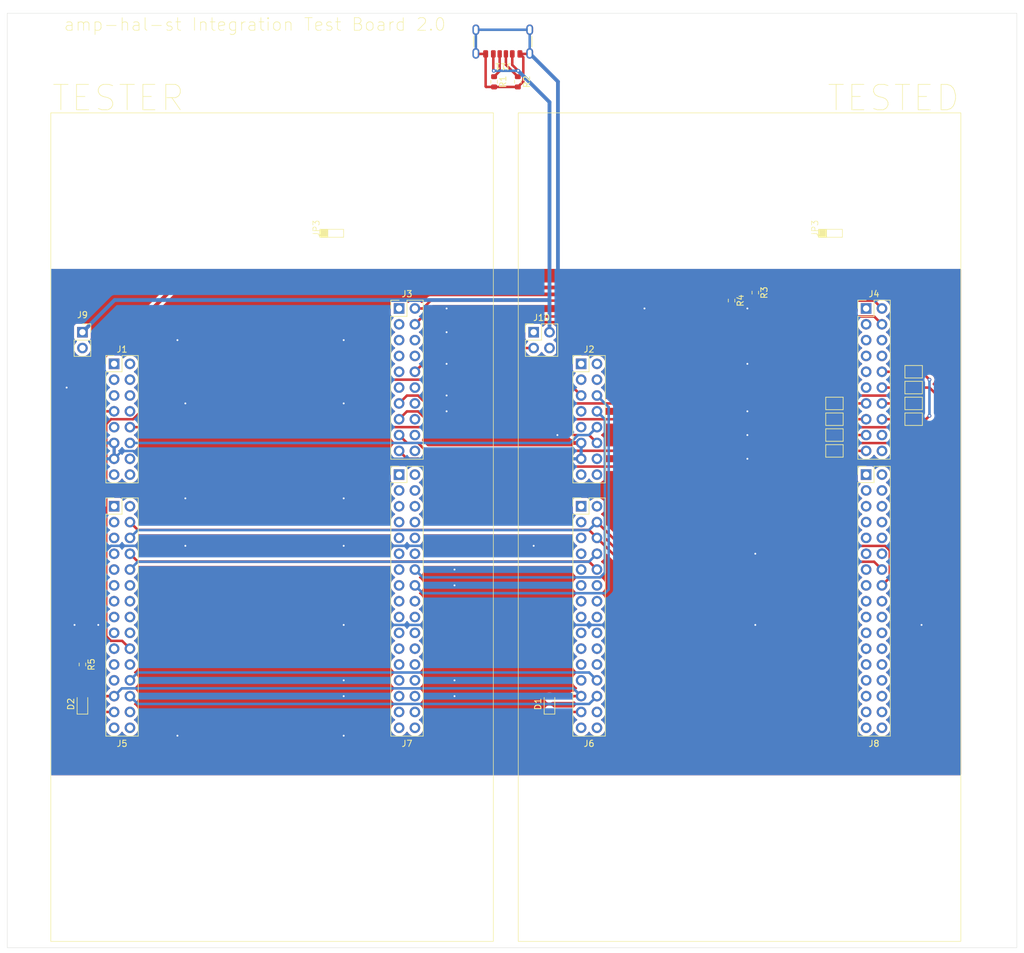
<source format=kicad_pcb>
(kicad_pcb (version 20240108) (generator "pcbnew") (generator_version "8.0")
  (layers (0 "F.Cu" signal) (31 "B.Cu" signal) (34 "B.Paste" user) (35 "F.Paste" user) (36 "B.SilkS" user "B.Silkscreen") (37 "F.SilkS" user "F.Silkscreen") (38 "B.Mask" user) (39 "F.Mask" user) (44 "Edge.Cuts" user))
  (net 0 "")
  (net 4 "GND")
  (net 7 "/ECHO_TX")
  (net 9 "/ECHO_RX")
  (net 19 "Net-(J2-Pin_8)")
  (net 20 "Net-(J2-Pin_6)")
  (net 26 "Net-(J2-Pin_5)")
  (net 27 "Net-(J3-Pin_2)")
  (net 28 "Net-(J3-Pin_4)")
  (net 31 "/CLK")
  (net 32 "/MISO")
  (net 34 "Net-(J10-Pin_3)")
  (net 41 "/MOSI")
  (net 44 "/CS")
  (net 48 "Net-(J4-Pin_13)")
  (net 49 "Net-(J4-Pin_15)")
  (net 52 "Net-(J4-Pin_12)")
  (net 53 "Net-(J4-Pin_19)")
  (net 54 "Net-(J4-Pin_10)")
  (net 55 "Net-(J4-Pin_17)")
  (net 56 "Net-(J4-Pin_14)")
  (net 61 "Net-(J4-Pin_16)")
  (net 71 "/GPIO_OUT")
  (net 73 "/UART_RX")
  (net 78 "/UART_CTS")
  (net 83 "/UART_TX")
  (net 85 "/GPIO_IN")
  (net 87 "/UART_RTR")
  (net 179 "+5V")
  (net 182 "Net-(J11-CC2)")
  (net 183 "Net-(J11-CC1)")
  (net 184 "+3.3V")
  (net 185 "Net-(D1-K)")
  (net 186 "Net-(D1-A)")
  (net 187 "Net-(D2-K)")
  (footprint "MountingHole:MountingHole_3mm" (layer "F.Cu") (at 178 176)
    (property "Reference" "H4" (hide yes))
    (property "Value" "MountingHole")
  )
  (footprint "Jumper:SolderJumper-2_P1.3mm_Open_TrianglePad1.0x1.5mm" (layer "F.Cu") (at 152.73 97.72)
    (property "Reference" "JP7" (hide yes))
    (property "Value" "SolderJumper_2_Open")
  )
  (footprint "Connector_USB:USB_C_Receptacle_GCT_USB4125-xx-x-0190_6P_TopMnt_Horizontal" (layer "F.Cu") (at 99.517 33.458 180)
    (property "Reference" "J11")
    (property "Value" "USB_C_Receptacle_PowerOnly_6P")
  )
  (footprint "Jumper:SolderJumper-2_P1.3mm_Open_TrianglePad1.0x1.5mm" (layer "F.Cu") (at 165.43 95.18)
    (property "Reference" "JP1" (hide yes))
    (property "Value" "SolderJumper_2_Open")
  )
  (footprint "Connector_PinHeader_2.54mm:PinHeader_2x10_P2.54mm_Vertical" (layer "F.Cu") (at 157.81 77.4)
    (property "Reference" "J4")
    (property "Value" "Conn_02x10_Odd_Even")
  )
  (footprint "Jumper:SolderJumper-2_P1.3mm_Open_TrianglePad1.0x1.5mm" (layer "F.Cu") (at 165.43 90.1)
    (property "Reference" "JP3" (hide yes))
    (property "Value" "SolderJumper_2_Open")
  )
  (footprint "Connector_PinHeader_2.54mm:PinHeader_2x10_P2.54mm_Vertical" (layer "F.Cu") (at 82.88 77.4)
    (property "Reference" "J3")
    (property "Value" "Conn_02x10_Odd_Even")
  )
  (footprint "Resistor_SMD:R_0603_1608Metric" (layer "F.Cu") (at 98.12 41.015 -90)
    (property "Reference" "R1")
    (property "Value" "5k1")
  )
  (footprint "Diode_SMD:D_SOD-323" (layer "F.Cu") (at 32.08 140.9 90)
    (property "Reference" "D2")
    (property "Value" "1N4148WS")
  )
  (footprint "MountingHole:MountingHole_3mm" (layer "F.Cu") (at 24 34)
    (property "Reference" "H1" (hide yes))
    (property "Value" "MountingHole")
  )
  (footprint "Jumper:SolderJumper-2_P1.3mm_Open_TrianglePad1.0x1.5mm" (layer "F.Cu") (at 152.73 100.26)
    (property "Reference" "JP8" (hide yes))
    (property "Value" "SolderJumper_2_Open")
  )
  (footprint "Connector_PinHeader_2.54mm:PinHeader_2x08_P2.54mm_Vertical" (layer "F.Cu") (at 112.09 86.29)
    (property "Reference" "J2")
    (property "Value" "Conn_02x08_Odd_Even")
  )
  (footprint "Connector_PinHeader_2.54mm:PinHeader_2x15_P2.54mm_Vertical" (layer "F.Cu") (at 112.09 109.15)
    (property "Reference" "J6")
    (property "Value" "Conn_02x15_Odd_Even")
  )
  (footprint "Connector_PinSocket_2.54mm:PinSocket_1x02_P2.54mm_Vertical" (layer "F.Cu") (at 32.08 81.21)
    (property "Reference" "J9")
    (property "Value" "Conn_01x02")
  )
  (footprint "Jumper:SolderJumper-2_P1.3mm_Open_TrianglePad1.0x1.5mm" (layer "F.Cu") (at 165.43 87.56)
    (property "Reference" "JP4" (hide yes))
    (property "Value" "SolderJumper_2_Open")
  )
  (footprint "Connector_PinHeader_2.54mm:PinHeader_2x15_P2.54mm_Vertical" (layer "F.Cu") (at 37.16 109.15)
    (property "Reference" "J5")
    (property "Value" "Conn_02x15_Odd_Even")
  )
  (footprint "Resistor_SMD:R_0603_1608Metric" (layer "F.Cu") (at 140.03 74.86 -90)
    (property "Reference" "R3")
    (property "Value" "2k2")
  )
  (footprint "Connector_PinHeader_2.54mm:PinHeader_2x17_P2.54mm_Vertical" (layer "F.Cu") (at 157.81 104.07)
    (property "Reference" "J8")
    (property "Value" "Conn_02x17_Odd_Even")
  )
  (footprint "MountingHole:MountingHole_3mm" (layer "F.Cu") (at 178 34)
    (property "Reference" "H3" (hide yes))
    (property "Value" "MountingHole")
  )
  (footprint "Connector_PinHeader_2.54mm:PinHeader_2x08_P2.54mm_Vertical" (layer "F.Cu") (at 37.16 86.29)
    (property "Reference" "J1")
    (property "Value" "Conn_02x08_Odd_Even")
  )
  (footprint "Resistor_SMD:R_0603_1608Metric" (layer "F.Cu") (at 32.08 134.55 -90)
    (property "Reference" "R5")
    (property "Value" "3k3")
  )
  (footprint "Jumper:SolderJumper-2_P1.3mm_Open_TrianglePad1.0x1.5mm" (layer "F.Cu") (at 152.73 92.64)
    (property "Reference" "JP5" (hide yes))
    (property "Value" "SolderJumper_2_Open")
  )
  (footprint "MountingHole:MountingHole_3mm" (layer "F.Cu") (at 24 176)
    (property "Reference" "H2" (hide yes))
    (property "Value" "MountingHole")
  )
  (footprint "Resistor_SMD:R_0603_1608Metric" (layer "F.Cu") (at 101.93 41.015 -90)
    (property "Reference" "R2")
    (property "Value" "5k1")
  )
  (footprint "Jumper:SolderJumper-2_P1.3mm_Open_TrianglePad1.0x1.5mm" (layer "F.Cu") (at 165.43 92.64)
    (property "Reference" "JP2" (hide yes))
    (property "Value" "SolderJumper_2_Open")
  )
  (footprint "Connector_PinHeader_2.54mm:PinHeader_2x02_P2.54mm_Vertical" (layer "F.Cu") (at 104.47 81.21)
    (property "Reference" "J10")
    (property "Value" "Conn_02x02_Odd_Even")
  )
  (footprint "Diode_SMD:D_SOD-323" (layer "F.Cu") (at 107.01 140.9 90)
    (property "Reference" "D1")
    (property "Value" "1N4148WS")
  )
  (footprint "Resistor_SMD:R_0603_1608Metric" (layer "F.Cu") (at 136.22 76.13 -90)
    (property "Reference" "R4")
    (property "Value" "2k2")
  )
  (footprint "Jumper:SolderJumper-2_P1.3mm_Open_TrianglePad1.0x1.5mm" (layer "F.Cu") (at 152.73 95.18)
    (property "Reference" "JP6" (hide yes))
    (property "Value" "SolderJumper_2_Open")
  )
  (footprint "Connector_PinHeader_2.54mm:PinHeader_2x17_P2.54mm_Vertical" (layer "F.Cu") (at 82.88 104.07)
    (property "Reference" "J7")
    (property "Value" "Conn_02x17_Odd_Even")
  )
  (gr_rect (start 27 46) (end 98 179) (stroke (width 0.1)) (fill none) (layer "F.SilkS"))
  (gr_rect (start 150.19 64.7) (end 154 65.97) (stroke (width 0.1)) (fill none) (layer "F.SilkS"))
  (gr_rect (start 102 46) (end 173 179) (stroke (width 0.1)) (fill none) (layer "F.SilkS"))
  (gr_rect (start 70.18 64.7) (end 73.99 65.97) (stroke (width 0.1)) (fill none) (layer "F.SilkS"))
  (gr_rect (start 70.18 64.7) (end 71.45 65.97) (stroke (width 0.1)) (fill solid) (layer "F.SilkS"))
  (gr_rect (start 150.19 64.7) (end 151.46 65.97) (stroke (width 0.1)) (fill solid) (layer "F.SilkS"))
  (gr_rect (start 20 30) (end 182 180) (stroke (width 0.05)) (fill none) (layer "Edge.Cuts"))
  (gr_text "TESTED" (at 173 46 0) (layer "F.SilkS") (effects (font (size 4.064 4.064) (thickness 0.1)) (justify right bottom)))
  (gr_text "JP3" (at 70.18 65.97 90) (layer "F.SilkS") (effects (font (size 1 1) (thickness 0.1)) (justify left bottom)))
  (gr_text "TESTER" (at 27 46 0) (layer "F.SilkS") (effects (font (size 4.064 4.064) (thickness 0.1)) (justify left bottom)))
  (gr_text "JP3" (at 150.19 65.97 90) (layer "F.SilkS") (effects (font (size 1 1) (thickness 0.1)) (justify left bottom)))
  (gr_text "amp-hal-st Integration Test Board 2.0" (at 29 33 0) (layer "F.SilkS") (effects (font (size 2.032 2.032) (thickness 0.1)) (justify left bottom)))
  (segment (start 101.93 41.84) (end 102.8082 40.9618) (width 0.4064) (layer "F.Cu") (net 4))
  (segment (start 108.28 97.72) (end 109.55 98.99) (width 0.6096) (layer "F.Cu") (net 4))
  (segment (start 98.12 41.84) (end 101.93 41.84) (width 0.4064) (layer "F.Cu") (net 4))
  (segment (start 96.85 41.84) (end 98.12 41.84) (width 0.4064) (layer "F.Cu") (net 4))
  (segment (start 96.767 41.757) (end 96.85 41.84) (width 0.4064) (layer "F.Cu") (net 4))
  (segment (start 102.8082 37.0792) (end 102.267 36.538) (width 0.4064) (layer "F.Cu") (net 4))
  (segment (start 95.277 36.538) (end 95.197 36.458) (width 0.4064) (layer "F.Cu") (net 4))
  (segment (start 103.757 36.538) (end 103.837 36.458) (width 0.4064) (layer "F.Cu") (net 4))
  (segment (start 102.267 36.538) (end 103.757 36.538) (width 0.4064) (layer "F.Cu") (net 4))
  (segment (start 96.767 36.538) (end 95.277 36.538) (width 0.4064) (layer "F.Cu") (net 4))
  (segment (start 96.767 36.538) (end 96.767 41.757) (width 0.4064) (layer "F.Cu") (net 4))
  (segment (start 102.8082 40.9618) (end 102.8082 37.0792) (width 0.4064) (layer "F.Cu") (net 4))
  (segment (start 109.55 98.99) (end 112.09 98.99) (width 0.6096) (layer "F.Cu") (net 4))
  (via (at 73.99 92.64) (size 0.6) (drill 0.3) (layers "F.Cu" "B.Cu") (net 4))
  (via (at 91.77 137.09) (size 0.6) (drill 0.3) (layers "F.Cu" "B.Cu") (net 4))
  (via (at 138.76 93.91) (size 0.6) (drill 0.3) (layers "F.Cu" "B.Cu") (net 4))
  (via (at 122.25 77.4) (size 0.6) (drill 0.3) (layers "F.Cu" "B.Cu") (net 4))
  (via (at 47.32 145.98) (size 0.6) (drill 0.3) (layers "F.Cu" "B.Cu") (net 4))
  (via (at 140.03 128.2) (size 0.6) (drill 0.3) (layers "F.Cu" "B.Cu") (net 4))
  (via (at 47.32 82.48) (size 0.6) (drill 0.3) (layers "F.Cu" "B.Cu") (net 4))
  (via (at 91.77 139.63) (size 0.6) (drill 0.3) (layers "F.Cu" "B.Cu") (net 4))
  (via (at 73.99 145.98) (size 0.6) (drill 0.3) (layers "F.Cu" "B.Cu") (net 4))
  (via (at 30.81 128.2) (size 0.6) (drill 0.3) (layers "F.Cu" "B.Cu") (net 4))
  (via (at 48.59 107.88) (size 0.6) (drill 0.3) (layers "F.Cu" "B.Cu") (net 4))
  (via (at 73.99 137.09) (size 0.6) (drill 0.3) (layers "F.Cu" "B.Cu") (net 4))
  (via (at 90.5 77.4) (size 0.6) (drill 0.3) (layers "F.Cu" "B.Cu") (net 4))
  (via (at 91.77 119.31) (size 0.6) (drill 0.3) (layers "F.Cu" "B.Cu") (net 4))
  (via (at 90.5 91.37) (size 0.6) (drill 0.3) (layers "F.Cu" "B.Cu") (net 4))
  (via (at 73.99 139.63) (size 0.6) (drill 0.3) (layers "F.Cu" "B.Cu") (net 4))
  (via (at 166.7 128.2) (size 0.6) (drill 0.3) (layers "F.Cu" "B.Cu") (net 4))
  (via (at 140.03 116.77) (size 0.6) (drill 0.3) (layers "F.Cu" "B.Cu") (net 4))
  (via (at 73.99 107.88) (size 0.6) (drill 0.3) (layers "F.Cu" "B.Cu") (net 4))
  (via (at 48.59 92.64) (size 0.6) (drill 0.3) (layers "F.Cu" "B.Cu") (net 4))
  (via (at 104.47 115.5) (size 0.6) (drill 0.3) (layers "F.Cu" "B.Cu") (net 4))
  (via (at 29.54 90.1) (size 0.6) (drill 0.3) (layers "F.Cu" "B.Cu") (net 4))
  (via (at 48.59 115.5) (size 0.6) (drill 0.3) (layers "F.Cu" "B.Cu") (net 4))
  (via (at 138.76 101.53) (size 0.6) (drill 0.3) (layers "F.Cu" "B.Cu") (net 4))
  (via (at 108.28 97.72) (size 0.6) (drill 0.3) (layers "F.Cu" "B.Cu") (net 4))
  (via (at 138.76 77.4) (size 0.6) (drill 0.3) (layers "F.Cu" "B.Cu") (net 4))
  (via (at 138.76 97.72) (size 0.6) (drill 0.3) (layers "F.Cu" "B.Cu") (net 4))
  (via (at 90.5 86.29) (size 0.6) (drill 0.3) (layers "F.Cu" "B.Cu") (net 4))
  (via (at 73.99 115.5) (size 0.6) (drill 0.3) (layers "F.Cu" "B.Cu") (net 4))
  (via (at 73.99 128.2) (size 0.6) (drill 0.3) (layers "F.Cu" "B.Cu") (net 4))
  (via (at 34.62 128.2) (size 0.6) (drill 0.3) (layers "F.Cu" "B.Cu") (net 4))
  (via (at 73.99 82.48) (size 0.6) (drill 0.3) (layers "F.Cu" "B.Cu") (net 4))
  (via (at 91.77 121.85) (size 0.6) (drill 0.3) (layers "F.Cu" "B.Cu") (net 4))
  (via (at 90.5 93.91) (size 0.6) (drill 0.3) (layers "F.Cu" "B.Cu") (net 4))
  (via (at 90.5 81.21) (size 0.6) (drill 0.3) (layers "F.Cu" "B.Cu") (net 4))
  (via (at 138.76 86.29) (size 0.6) (drill 0.3) (layers "F.Cu" "B.Cu") (net 4))
  (segment (start 38.4132 100.2768) (end 40.219093 100.2768) (width 0.4064) (layer "B.Cu") (net 4))
  (segment (start 34.62 128.2) (end 34.62 117.537707) (width 0.4064) (layer "B.Cu") (net 4))
  (segment (start 37.16 101.53) (end 38.4132 100.2768) (width 0.4064) (layer "B.Cu") (net 4))
  (segment (start 103.837 32.658) (end 103.837 36.458) (width 0.4064) (layer "B.Cu") (net 4))
  (segment (start 95.197 32.658) (end 103.837 32.658) (width 0.4064) (layer "B.Cu") (net 4))
  (segment (start 108.3648 40.9858) (end 108.3648 97.6352) (width 0.6096) (layer "B.Cu") (net 4))
  (segment (start 37.16 98.99) (end 37.16 101.53) (width 0.4064) (layer "B.Cu") (net 4))
  (segment (start 73.99 128.2) (end 53.67 128.2) (width 0.4064) (layer "B.Cu") (net 4))
  (segment (start 103.837 36.458) (end 108.3648 40.9858) (width 0.6096) (layer "B.Cu") (net 4))
  (segment (start 108.3648 97.6352) (end 108.28 97.72) (width 0.6096) (layer "B.Cu") (net 4))
  (segment (start 40.219093 100.2768) (end 41.472293 101.53) (width 0.4064) (layer "B.Cu") (net 4))
  (segment (start 95.197 32.658) (end 95.197 36.458) (width 0.4064) (layer "B.Cu") (net 4))
  (segment (start 73.99 115.5) (end 76.53 115.5) (width 0.4064) (layer "B.Cu") (net 4))
  (segment (start 112.09 101.53) (end 112.09 98.99) (width 0.4064) (layer "B.Cu") (net 4))
  (segment (start 36.657707 115.5) (end 48.59 115.5) (width 0.4064) (layer "B.Cu") (net 4))
  (segment (start 34.62 117.537707) (end 36.657707 115.5) (width 0.4064) (layer "B.Cu") (net 4))
  (segment (start 48.59 115.5) (end 73.99 115.5) (width 0.4064) (layer "B.Cu") (net 4))
  (segment (start 41.472293 101.53) (end 112.09 101.53) (width 0.4064) (layer "B.Cu") (net 4))
  (segment (start 76.53 115.5) (end 104.47 115.5) (width 0.4064) (layer "B.Cu") (net 4))
  (segment (start 140.03 128.2) (end 73.99 128.2) (width 0.4064) (layer "B.Cu") (net 4))
  (segment (start 113.36 97.72) (end 114.63 96.45) (width 0.4064) (layer "B.Cu") (net 7))
  (segment (start 39.7 98.99) (end 110.317707 98.99) (width 0.4064) (layer "B.Cu") (net 7))
  (segment (start 111.587707 97.72) (end 113.36 97.72) (width 0.4064) (layer "B.Cu") (net 7))
  (segment (start 110.317707 98.99) (end 111.587707 97.72) (width 0.4064) (layer "B.Cu") (net 7))
  (segment (start 39.7 96.45) (end 109.55 96.45) (width 0.4064) (layer "F.Cu") (net 9))
  (segment (start 109.55 96.45) (end 110.82 97.72) (width 0.4064) (layer "F.Cu") (net 9))
  (segment (start 110.82 97.72) (end 113.36 97.72) (width 0.4064) (layer "F.Cu") (net 9))
  (segment (start 113.36 97.72) (end 114.63 98.99) (width 0.4064) (layer "F.Cu") (net 9))
  (segment (start 85.42 119.31) (end 86.6732 120.5632) (width 0.4064) (layer "B.Cu") (net 19))
  (segment (start 86.6732 120.5632) (end 115.149093 120.5632) (width 0.4064) (layer "B.Cu") (net 19))
  (segment (start 115.9 119.812293) (end 115.9 95.18) (width 0.4064) (layer "B.Cu") (net 19))
  (segment (start 115.9 95.18) (end 114.63 93.91) (width 0.4064) (layer "B.Cu") (net 19))
  (segment (start 115.149093 120.5632) (end 115.9 119.812293) (width 0.4064) (layer "B.Cu") (net 19))
  (segment (start 85.42 121.85) (end 86.6732 123.1032) (width 0.4064) (layer "B.Cu") (net 20))
  (segment (start 116.5064 93.2464) (end 114.63 91.37) (width 0.4064) (layer "B.Cu") (net 20))
  (segment (start 116.5064 122.5136) (end 116.5064 93.2464) (width 0.4064) (layer "B.Cu") (net 20))
  (segment (start 115.9168 123.1032) (end 116.5064 122.5136) (width 0.4064) (layer "B.Cu") (net 20))
  (segment (start 86.6732 123.1032) (end 115.9168 123.1032) (width 0.4064) (layer "B.Cu") (net 20))
  (segment (start 44.012293 88.83) (end 44.012293 91.37) (width 0.4064) (layer "F.Cu") (net 26))
  (segment (start 44.012293 91.37) (end 40.202293 95.18) (width 0.4064) (layer "F.Cu") (net 26))
  (segment (start 36.657707 95.18) (end 35.89 95.947707) (width 0.4064) (layer "F.Cu") (net 26))
  (segment (start 40.202293 95.18) (end 36.657707 95.18) (width 0.4064) (layer "F.Cu") (net 26))
  (segment (start 35.89 95.947707) (end 35.89 130.005893) (width 0.4064) (layer "F.Cu") (net 26))
  (segment (start 36.640907 130.7568) (end 35.89 130.005893) (width 0.4064) (layer "F.Cu") (net 26))
  (segment (start 38.4468 130.7568) (end 36.640907 130.7568) (width 0.4064) (layer "F.Cu") (net 26))
  (segment (start 109.55 88.83) (end 112.09 91.37) (width 0.4064) (layer "F.Cu") (net 26))
  (segment (start 39.7 132.01) (end 38.4468 130.7568) (width 0.4064) (layer "F.Cu") (net 26))
  (segment (start 44.012293 88.83) (end 109.55 88.83) (width 0.4064) (layer "F.Cu") (net 26))
  (segment (start 87.9432 76.1468) (end 140.03 76.1468) (width 0.4064) (layer "F.Cu") (net 27))
  (segment (start 140.03 75.685) (end 140.03 76.1468) (width 0.4064) (layer "F.Cu") (net 27))
  (segment (start 159.0968 76.1468) (end 160.35 77.4) (width 0.4064) (layer "F.Cu") (net 27))
  (segment (start 140.03 76.1468) (end 159.0968 76.1468) (width 0.4064) (layer "F.Cu") (net 27))
  (segment (start 85.42 77.4) (end 86.69 77.4) (width 0.4064) (layer "F.Cu") (net 27))
  (segment (start 86.69 77.4) (end 87.9432 76.1468) (width 0.4064) (layer "F.Cu") (net 27))
  (segment (start 159.0968 78.6868) (end 160.35 79.94) (width 0.4064) (layer "F.Cu") (net 28))
  (segment (start 85.42 79.94) (end 86.6732 78.6868) (width 0.4064) (layer "F.Cu") (net 28))
  (segment (start 136.22 78.6868) (end 159.0968 78.6868) (width 0.4064) (layer "F.Cu") (net 28))
  (segment (start 86.6732 78.6868) (end 136.22 78.6868) (width 0.4064) (layer "F.Cu") (net 28))
  (segment (start 136.22 76.955) (end 136.22 78.6868) (width 0.4064) (layer "F.Cu") (net 28))
  (segment (start 82.88 95.18) (end 84.1332 93.9268) (width 0.4064) (layer "F.Cu") (net 31))
  (segment (start 84.1332 93.9268) (end 85.939093 93.9268) (width 0.4064) (layer "F.Cu") (net 31))
  (segment (start 85.939093 93.9268) (end 87.192293 95.18) (width 0.4064) (layer "F.Cu") (net 31))
  (segment (start 152.005 95.18) (end 87.192293 95.18) (width 0.4064) (layer "F.Cu") (net 31))
  (segment (start 166.155 90.1) (end 167.97 90.1) (width 0.4064) (layer "F.Cu") (net 32))
  (segment (start 152.5032 99.0068) (end 152.005 99.505) (width 0.4064) (layer "F.Cu") (net 32))
  (segment (start 149.4818 102.7832) (end 87.209093 102.7832) (width 0.4064) (layer "F.Cu") (net 32))
  (segment (start 152.005 99.505) (end 152.005 100.26) (width 0.4064) (layer "F.Cu") (net 32))
  (segment (start 85.939093 101.5132) (end 84.1332 101.5132) (width 0.4064) (layer "F.Cu") (net 32))
  (segment (start 167.97 90.1) (end 169.24 91.37) (width 0.4064) (layer "F.Cu") (net 32))
  (segment (start 84.1332 101.5132) (end 82.88 100.26) (width 0.4064) (layer "F.Cu") (net 32))
  (segment (start 169.24 91.37) (end 169.24 96.45) (width 0.4064) (layer "F.Cu") (net 32))
  (segment (start 87.209093 102.7832) (end 85.939093 101.5132) (width 0.4064) (layer "F.Cu") (net 32))
  (segment (start 166.6832 99.0068) (end 152.5032 99.0068) (width 0.4064) (layer "F.Cu") (net 32))
  (segment (start 169.24 96.45) (end 166.6832 99.0068) (width 0.4064) (layer "F.Cu") (net 32))
  (segment (start 152.005 100.26) (end 149.4818 102.7832) (width 0.4064) (layer "F.Cu") (net 32))
  (segment (start 89.23 83.75) (end 104.47 83.75) (width 0.4064) (layer "F.Cu") (net 34))
  (segment (start 85.42 87.56) (end 89.23 83.75) (width 0.4064) (layer "F.Cu") (net 34))
  (segment (start 152.5032 91.3868) (end 152.005 91.885) (width 0.4064) (layer "F.Cu") (net 41))
  (segment (start 152.005 91.885) (end 152.005 92.64) (width 0.4064) (layer "F.Cu") (net 41))
  (segment (start 166.155 91.885) (end 165.6568 91.3868) (width 0.4064) (layer "F.Cu") (net 41))
  (segment (start 82.88 92.64) (end 84.1332 91.3868) (width 0.4064) (layer "F.Cu") (net 41))
  (segment (start 84.1332 91.3868) (end 85.939093 91.3868) (width 0.4064) (layer "F.Cu") (net 41))
  (segment (start 85.939093 91.3868) (end 87.192293 92.64) (width 0.4064) (layer "F.Cu") (net 41))
  (segment (start 166.155 92.64) (end 166.155 91.885) (width 0.4064) (layer "F.Cu") (net 41))
  (segment (start 165.6568 91.3868) (end 152.5032 91.3868) (width 0.4064) (layer "F.Cu") (net 41))
  (segment (start 152.005 92.64) (end 87.192293 92.64) (width 0.4064) (layer "F.Cu") (net 41))
  (segment (start 166.155 95.18) (end 166.155 95.935) (width 0.4064) (layer "F.Cu") (net 44))
  (segment (start 166.7 87.56) (end 167.97 88.83) (width 0.4064) (layer "F.Cu") (net 44))
  (segment (start 152.005 96.965) (end 152.005 97.72) (width 0.4064) (layer "F.Cu") (net 44))
  (segment (start 166.155 87.56) (end 166.7 87.56) (width 0.4064) (layer "F.Cu") (net 44))
  (segment (start 152.005 97.72) (end 149.4818 100.2432) (width 0.4064) (layer "F.Cu") (net 44))
  (segment (start 85.922293 98.99) (end 84.15 98.99) (width 0.4064) (layer "F.Cu") (net 44))
  (segment (start 167.425 95.18) (end 166.155 95.18) (width 0.4064) (layer "F.Cu") (net 44))
  (segment (start 166.155 95.935) (end 165.6232 96.4668) (width 0.4064) (layer "F.Cu") (net 44))
  (segment (start 87.175493 100.2432) (end 85.922293 98.99) (width 0.4064) (layer "F.Cu") (net 44))
  (segment (start 149.4818 100.2432) (end 87.175493 100.2432) (width 0.4064) (layer "F.Cu") (net 44))
  (segment (start 152.5032 96.4668) (end 152.005 96.965) (width 0.4064) (layer "F.Cu") (net 44))
  (segment (start 165.6232 96.4668) (end 152.5032 96.4668) (width 0.4064) (layer "F.Cu") (net 44))
  (segment (start 84.15 98.99) (end 82.88 97.72) (width 0.4064) (layer "F.Cu") (net 44))
  (segment (start 167.97 94.635) (end 167.425 95.18) (width 0.4064) (layer "F.Cu") (net 44))
  (via (at 167.97 88.83) (size 0.6) (drill 0.3) (layers "F.Cu" "B.Cu") (net 44))
  (via (at 167.97 94.635) (size 0.6) (drill 0.3) (layers "F.Cu" "B.Cu") (net 44))
  (segment (start 167.97 88.83) (end 167.97 94.635) (width 0.4064) (layer "B.Cu") (net 44))
  (segment (start 153.455 92.64) (end 157.81 92.64) (width 0.4064) (layer "F.Cu") (net 48))
  (segment (start 153.455 95.18) (end 157.81 95.18) (width 0.4064) (layer "F.Cu") (net 49))
  (segment (start 160.35 90.1) (end 164.705 90.1) (width 0.4064) (layer "F.Cu") (net 52))
  (segment (start 153.455 100.26) (end 157.81 100.26) (width 0.4064) (layer "F.Cu") (net 53))
  (segment (start 160.35 87.56) (end 164.705 87.56) (width 0.4064) (layer "F.Cu") (net 54))
  (segment (start 153.455 97.72) (end 157.81 97.72) (width 0.4064) (layer "F.Cu") (net 55))
  (segment (start 160.35 92.64) (end 164.705 92.64) (width 0.4064) (layer "F.Cu") (net 56))
  (segment (start 160.35 95.18) (end 164.705 95.18) (width 0.4064) (layer "F.Cu") (net 61))
  (segment (start 39.7 137.09) (end 40.9532 135.8368) (width 0.4064) (layer "B.Cu") (net 71))
  (segment (start 40.9532 135.8368) (end 113.3768 135.8368) (width 0.4064) (layer "B.Cu") (net 71))
  (segment (start 113.3768 135.8368) (end 114.63 137.09) (width 0.4064) (layer "B.Cu") (net 71))
  (segment (start 114.63 111.69) (end 118.4568 115.5168) (width 0.4064) (layer "F.Cu") (net 73))
  (segment (start 161.6032 116.250907) (end 161.6032 120.5968) (width 0.4064) (layer "F.Cu") (net 73))
  (segment (start 118.4568 115.5168) (end 160.869093 115.5168) (width 0.4064) (layer "F.Cu") (net 73))
  (segment (start 160.869093 115.5168) (end 161.6032 116.250907) (width 0.4064) (layer "F.Cu") (net 73))
  (segment (start 161.6032 120.5968) (end 160.35 121.85) (width 0.4064) (layer "F.Cu") (net 73))
  (segment (start 40.9532 112.9768) (end 113.3432 112.9768) (width 0.4064) (layer "B.Cu") (net 73))
  (segment (start 113.3432 112.9768) (end 114.63 111.69) (width 0.4064) (layer "B.Cu") (net 73))
  (segment (start 39.7 114.23) (end 40.9532 112.9768) (width 0.4064) (layer "B.Cu") (net 73))
  (segment (start 40.9532 118.0232) (end 113.3432 118.0232) (width 0.4064) (layer "F.Cu") (net 78))
  (segment (start 39.7 116.77) (end 40.9532 118.0232) (width 0.4064) (layer "F.Cu") (net 78))
  (segment (start 113.3432 118.0232) (end 114.63 119.31) (width 0.4064) (layer "F.Cu") (net 78))
  (segment (start 159.0968 118.0568) (end 160.35 119.31) (width 0.4064) (layer "F.Cu") (net 83))
  (segment (start 113.3432 112.9432) (end 114.63 114.23) (width 0.4064) (layer "F.Cu") (net 83))
  (segment (start 114.63 114.23) (end 118.4568 118.0568) (width 0.4064) (layer "F.Cu") (net 83))
  (segment (start 118.4568 118.0568) (end 159.0968 118.0568) (width 0.4064) (layer "F.Cu") (net 83))
  (segment (start 40.9532 112.9432) (end 113.3432 112.9432) (width 0.4064) (layer "F.Cu") (net 83))
  (segment (start 39.7 111.69) (end 40.9532 112.9432) (width 0.4064) (layer "F.Cu") (net 83))
  (segment (start 39.7 139.63) (end 40.9532 140.8832) (width 0.4064) (layer "B.Cu") (net 85))
  (segment (start 40.9532 140.8832) (end 113.3768 140.8832) (width 0.4064) (layer "B.Cu") (net 85))
  (segment (start 113.3768 140.8832) (end 114.63 139.63) (width 0.4064) (layer "B.Cu") (net 85))
  (segment (start 113.3432 118.0568) (end 114.63 116.77) (width 0.4064) (layer "B.Cu") (net 87))
  (segment (start 39.7 119.31) (end 40.9532 118.0568) (width 0.4064) (layer "B.Cu") (net 87))
  (segment (start 40.9532 118.0568) (end 113.3432 118.0568) (width 0.4064) (layer "B.Cu") (net 87))
  (segment (start 101.037 36.538) (end 101.037 38.302524) (width 0.4064) (layer "F.Cu") (net 179))
  (segment (start 101.037 38.302524) (end 101.977238 39.242762) (width 0.4064) (layer "F.Cu") (net 179))
  (segment (start 97.997 39.177) (end 98.067762 39.247762) (width 0.4064) (layer "F.Cu") (net 179))
  (segment (start 97.997 36.538) (end 97.997 39.177) (width 0.4064) (layer "F.Cu") (net 179))
  (via (at 98.067762 39.247762) (size 0.6) (drill 0.3) (layers "F.Cu" "B.Cu") (net 179))
  (via (at 101.977238 39.242762) (size 0.6) (drill 0.3) (layers "F.Cu" "B.Cu") (net 179))
  (segment (start 101.977238 39.242762) (end 107.01 44.275524) (width 0.6096) (layer "B.Cu") (net 179))
  (segment (start 32.08 81.21) (end 37.2448 76.0452) (width 0.6096) (layer "B.Cu") (net 179))
  (segment (start 106.9252 76.0452) (end 107.01 76.13) (width 0.6096) (layer "B.Cu") (net 179))
  (segment (start 98.067762 39.247762) (end 101.972238 39.247762) (width 0.4064) (layer "B.Cu") (net 179))
  (segment (start 107.01 81.21) (end 107.01 76.13) (width 0.6096) (layer "B.Cu") (net 179))
  (segment (start 101.972238 39.247762) (end 101.977238 39.242762) (width 0.4064) (layer "B.Cu") (net 179))
  (segment (start 107.01 44.275524) (end 107.01 76.13) (width 0.6096) (layer "B.Cu") (net 179))
  (segment (start 37.2448 76.0452) (end 106.9252 76.0452) (width 0.6096) (layer "B.Cu") (net 179))
  (segment (start 99.017 39.293) (end 98.12 40.19) (width 0.4064) (layer "F.Cu") (net 182))
  (segment (start 99.017 36.538) (end 99.017 39.293) (width 0.4064) (layer "F.Cu") (net 182))
  (segment (start 100.017 38.277) (end 101.93 40.19) (width 0.4064) (layer "F.Cu") (net 183))
  (segment (start 100.017 36.538) (end 100.017 38.277) (width 0.4064) (layer "F.Cu") (net 183))
  (segment (start 32.08 93.91) (end 32.08 133.725) (width 0.6096) (layer "F.Cu") (net 184))
  (segment (start 37.16 93.91) (end 32.08 93.91) (width 0.4064) (layer "F.Cu") (net 184))
  (segment (start 140.03 74.035) (end 136.22 74.035) (width 0.6096) (layer "F.Cu") (net 184))
  (segment (start 136.22 75.305) (end 136.22 74.035) (width 0.6096) (layer "F.Cu") (net 184))
  (segment (start 46.7054 74.035) (end 32.08 88.6604) (width 0.6096) (layer "F.Cu") (net 184))
  (segment (start 136.22 74.035) (end 46.7054 74.035) (width 0.6096) (layer "F.Cu") (net 184))
  (segment (start 32.08 88.6604) (end 32.08 93.91) (width 0.6096) (layer "F.Cu") (net 184))
  (segment (start 107.23 142.17) (end 107.01 141.95) (width 0.4064) (layer "F.Cu") (net 185))
  (segment (start 112.09 142.17) (end 107.23 142.17) (width 0.4064) (layer "F.Cu") (net 185))
  (segment (start 37.16 139.63) (end 35.89 139.63) (width 0.4064) (layer "F.Cu") (net 186))
  (segment (start 32.08 139.85) (end 32.08 135.375) (width 0.4064) (layer "F.Cu") (net 186))
  (segment (start 110.82 139.63) (end 110.6 139.85) (width 0.4064) (layer "F.Cu") (net 186))
  (segment (start 112.09 139.63) (end 110.82 139.63) (width 0.4064) (layer "F.Cu") (net 186))
  (segment (start 35.67 139.85) (end 32.08 139.85) (width 0.4064) (layer "F.Cu") (net 186))
  (segment (start 110.6 139.85) (end 107.01 139.85) (width 0.4064) (layer "F.Cu") (net 186))
  (segment (start 35.89 139.63) (end 35.67 139.85) (width 0.4064) (layer "F.Cu") (net 186))
  (segment (start 37.16 139.63) (end 38.4132 138.3768) (width 0.4064) (layer "B.Cu") (net 186))
  (segment (start 38.4132 138.3768) (end 110.8368 138.3768) (width 0.4064) (layer "B.Cu") (net 186))
  (segment (start 110.8368 138.3768) (end 112.09 139.63) (width 0.4064) (layer "B.Cu") (net 186))
  (segment (start 37.16 142.17) (end 32.3 142.17) (width 0.4064) (layer "F.Cu") (net 187))
  (segment (start 32.3 142.17) (end 32.08 141.95) (width 0.4064) (layer "F.Cu") (net 187))
  (zone (net 4) (net_name "GND") (layers "F&B.Cu") (connect_pads (clearance 0.5)) (min_thickness 0.25) (fill yes (thermal_gap 0.5) (thermal_bridge_width 0.5))
    (polygon (pts (xy 27 71.05) (xy 173.05 71.05) (xy 173.05 152.33) (xy 27 152.33)))
  )
)
</source>
